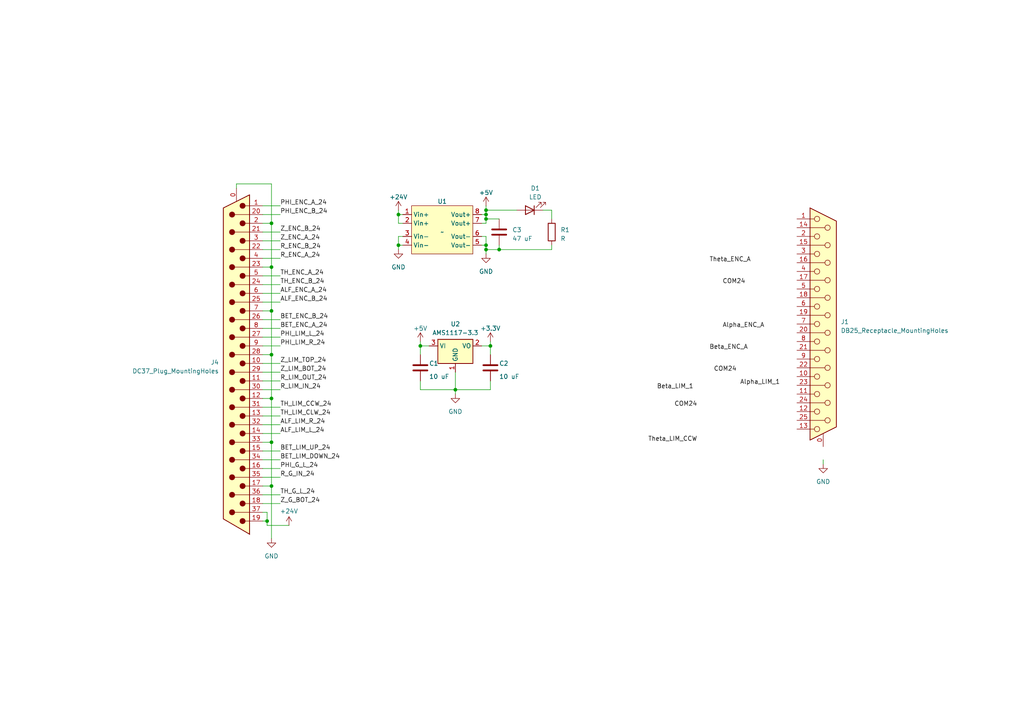
<source format=kicad_sch>
(kicad_sch (version 20230121) (generator eeschema)
  (paper "A4")
  (lib_symbols
    (symbol "Connector:DB25_Receptacle_MountingHoles" (pin_names (offset 1.016) hide)
      (property "Reference" "J" (at 0 36.83 0))
      (property "Value" "DB25_Receptacle_MountingHoles" (at 0 34.925 0))
      (symbol "DB25_Receptacle_MountingHoles_0_1"
        (circle (center -1.778 -30.48) (radius 0.762))
        (circle (center -1.778 -25.4) (radius 0.762))
        (circle (center -1.778 -20.32) (radius 0.762))
        (circle (center -1.778 -15.24) (radius 0.762))
        (circle (center -1.778 -10.16) (radius 0.762))
        (circle (center -1.778 -5.08) (radius 0.762))
        (circle (center -1.778 0) (radius 0.762))
        (circle (center -1.778 5.08) (radius 0.762))
        (circle (center -1.778 10.16) (radius 0.762))
        (circle (center -1.778 15.24) (radius 0.762))
        (circle (center -1.778 20.32) (radius 0.762))
        (circle (center -1.778 25.4) (radius 0.762))
        (circle (center -1.778 30.48) (radius 0.762))
        (polyline (pts (xy -3.81 -30.48) (xy -2.54 -30.48)))
        (polyline (pts (xy -3.81 -27.94) (xy 0.508 -27.94)))
        (polyline (pts (xy -3.81 -25.4) (xy -2.54 -25.4)))
        (polyline (pts (xy -3.81 -22.86) (xy 0.508 -22.86)))
        (polyline (pts (xy -3.81 -20.32) (xy -2.54 -20.32)))
        (polyline (pts (xy -3.81 -17.78) (xy 0.508 -17.78)))
        (polyline (pts (xy -3.81 -15.24) (xy -2.54 -15.24)))
        (polyline (pts (xy -3.81 -12.7) (xy 0.508 -12.7)))
        (polyline (pts (xy -3.81 -10.16) (xy -2.54 -10.16)))
        (polyline (pts (xy -3.81 -7.62) (xy 0.508 -7.62)))
        (polyline (pts (xy -3.81 -5.08) (xy -2.54 -5.08)))
        (polyline (pts (xy -3.81 -2.54) (xy 0.508 -2.54)))
        (polyline (pts (xy -3.81 0) (xy -2.54 0)))
        (polyline (pts (xy -3.81 2.54) (xy 0.508 2.54)))
        (polyline (pts (xy -3.81 5.08) (xy -2.54 5.08)))
        (polyline (pts (xy -3.81 7.62) (xy 0.508 7.62)))
        (polyline (pts (xy -3.81 10.16) (xy -2.54 10.16)))
        (polyline (pts (xy -3.81 12.7) (xy 0.508 12.7)))
        (polyline (pts (xy -3.81 15.24) (xy -2.54 15.24)))
        (polyline (pts (xy -3.81 17.78) (xy 0.508 17.78)))
        (polyline (pts (xy -3.81 20.32) (xy -2.54 20.32)))
        (polyline (pts (xy -3.81 22.86) (xy 0.508 22.86)))
        (polyline (pts (xy -3.81 25.4) (xy -2.54 25.4)))
        (polyline (pts (xy -3.81 27.94) (xy 0.508 27.94)))
        (polyline (pts (xy -3.81 30.48) (xy -2.54 30.48)))
        (polyline (pts (xy -3.81 33.655) (xy 3.81 29.845) (xy 3.81 -29.845) (xy -3.81 -33.655) (xy -3.81 33.655)) (stroke (width 0.254)) (fill (type background)))
        (circle (center 1.27 -27.94) (radius 0.762))
        (circle (center 1.27 -22.86) (radius 0.762))
        (circle (center 1.27 -17.78) (radius 0.762))
        (circle (center 1.27 -12.7) (radius 0.762))
        (circle (center 1.27 -7.62) (radius 0.762))
        (circle (center 1.27 -2.54) (radius 0.762))
        (circle (center 1.27 2.54) (radius 0.762))
        (circle (center 1.27 7.62) (radius 0.762))
        (circle (center 1.27 12.7) (radius 0.762))
        (circle (center 1.27 17.78) (radius 0.762))
        (circle (center 1.27 22.86) (radius 0.762))
        (circle (center 1.27 27.94) (radius 0.762))
      )
      (symbol "DB25_Receptacle_MountingHoles_1_1"
        (pin passive line (at 0 -35.56 90) (length 3.81) (name "PAD") (number "0"))
        (pin passive line (at -7.62 30.48 0) (length 3.81) (name "1") (number "1"))
        (pin passive line (at -7.62 -15.24 0) (length 3.81) (name "10") (number "10"))
        (pin passive line (at -7.62 -20.32 0) (length 3.81) (name "11") (number "11"))
        (pin passive line (at -7.62 -25.4 0) (length 3.81) (name "12") (number "12"))
        (pin passive line (at -7.62 -30.48 0) (length 3.81) (name "13") (number "13"))
        (pin passive line (at -7.62 27.94 0) (length 3.81) (name "P14") (number "14"))
        (pin passive line (at -7.62 22.86 0) (length 3.81) (name "P15") (number "15"))
        (pin passive line (at -7.62 17.78 0) (length 3.81) (name "P16") (number "16"))
        (pin passive line (at -7.62 12.7 0) (length 3.81) (name "P17") (number "17"))
        (pin passive line (at -7.62 7.62 0) (length 3.81) (name "P18") (number "18"))
        (pin passive line (at -7.62 2.54 0) (length 3.81) (name "P19") (number "19"))
        (pin passive line (at -7.62 25.4 0) (length 3.81) (name "2") (number "2"))
        (pin passive line (at -7.62 -2.54 0) (length 3.81) (name "P20") (number "20"))
        (pin passive line (at -7.62 -7.62 0) (length 3.81) (name "P21") (number "21"))
        (pin passive line (at -7.62 -12.7 0) (length 3.81) (name "P22") (number "22"))
        (pin passive line (at -7.62 -17.78 0) (length 3.81) (name "P23") (number "23"))
        (pin passive line (at -7.62 -22.86 0) (length 3.81) (name "P24") (number "24"))
        (pin passive line (at -7.62 -27.94 0) (length 3.81) (name "P25") (number "25"))
        (pin passive line (at -7.62 20.32 0) (length 3.81) (name "3") (number "3"))
        (pin passive line (at -7.62 15.24 0) (length 3.81) (name "4") (number "4"))
        (pin passive line (at -7.62 10.16 0) (length 3.81) (name "5") (number "5"))
        (pin passive line (at -7.62 5.08 0) (length 3.81) (name "6") (number "6"))
        (pin passive line (at -7.62 0 0) (length 3.81) (name "7") (number "7"))
        (pin passive line (at -7.62 -5.08 0) (length 3.81) (name "8") (number "8"))
        (pin passive line (at -7.62 -10.16 0) (length 3.81) (name "9") (number "9"))
      )
    )
    (symbol "Connector:DC37_Plug_MountingHoles" (pin_names (offset 1.016) hide)
      (property "Reference" "J" (at 0 52.705 0))
      (property "Value" "DC37_Plug_MountingHoles" (at 0 50.8 0))
      (symbol "DC37_Plug_MountingHoles_0_1"
        (circle (center -1.778 -45.72) (radius 0.762) (fill (type outline)))
        (circle (center -1.778 -40.64) (radius 0.762) (fill (type outline)))
        (circle (center -1.778 -35.56) (radius 0.762) (fill (type outline)))
        (circle (center -1.778 -30.48) (radius 0.762) (fill (type outline)))
        (circle (center -1.778 -25.4) (radius 0.762) (fill (type outline)))
        (circle (center -1.778 -20.32) (radius 0.762) (fill (type outline)))
        (circle (center -1.778 -15.24) (radius 0.762) (fill (type outline)))
        (circle (center -1.778 -10.16) (radius 0.762) (fill (type outline)))
        (circle (center -1.778 -5.08) (radius 0.762) (fill (type outline)))
        (circle (center -1.778 0) (radius 0.762) (fill (type outline)))
        (circle (center -1.778 5.08) (radius 0.762) (fill (type outline)))
        (circle (center -1.778 10.16) (radius 0.762) (fill (type outline)))
        (circle (center -1.778 15.24) (radius 0.762) (fill (type outline)))
        (circle (center -1.778 20.32) (radius 0.762) (fill (type outline)))
        (circle (center -1.778 25.4) (radius 0.762) (fill (type outline)))
        (circle (center -1.778 30.48) (radius 0.762) (fill (type outline)))
        (circle (center -1.778 35.56) (radius 0.762) (fill (type outline)))
        (circle (center -1.778 40.64) (radius 0.762) (fill (type outline)))
        (circle (center -1.778 45.72) (radius 0.762) (fill (type outline)))
        (polyline (pts (xy -3.81 -45.72) (xy -2.54 -45.72)))
        (polyline (pts (xy -3.81 -43.18) (xy 0.508 -43.18)))
        (polyline (pts (xy -3.81 -40.64) (xy -2.54 -40.64)))
        (polyline (pts (xy -3.81 -38.1) (xy 0.508 -38.1)))
        (polyline (pts (xy -3.81 -35.56) (xy -2.54 -35.56)))
        (polyline (pts (xy -3.81 -33.02) (xy 0.508 -33.02)))
        (polyline (pts (xy -3.81 -30.48) (xy -2.54 -30.48)))
        (polyline (pts (xy -3.81 -27.94) (xy 0.508 -27.94)))
        (polyline (pts (xy -3.81 -25.4) (xy -2.54 -25.4)))
        (polyline (pts (xy -3.81 -22.86) (xy 0.508 -22.86)))
        (polyline (pts (xy -3.81 -20.32) (xy -2.54 -20.32)))
        (polyline (pts (xy -3.81 -17.78) (xy 0.508 -17.78)))
        (polyline (pts (xy -3.81 -15.24) (xy -2.54 -15.24)))
        (polyline (pts (xy -3.81 -12.7) (xy 0.508 -12.7)))
        (polyline (pts (xy -3.81 -10.16) (xy -2.54 -10.16)))
        (polyline (pts (xy -3.81 -7.62) (xy 0.508 -7.62)))
        (polyline (pts (xy -3.81 -5.08) (xy -2.54 -5.08)))
        (polyline (pts (xy -3.81 -2.54) (xy 0.508 -2.54)))
        (polyline (pts (xy -3.81 0) (xy -2.54 0)))
        (polyline (pts (xy -3.81 2.54) (xy 0.508 2.54)))
        (polyline (pts (xy -3.81 5.08) (xy -2.54 5.08)))
        (polyline (pts (xy -3.81 7.62) (xy 0.508 7.62)))
        (polyline (pts (xy -3.81 10.16) (xy -2.54 10.16)))
        (polyline (pts (xy -3.81 12.7) (xy 0.508 12.7)))
        (polyline (pts (xy -3.81 15.24) (xy -2.54 15.24)))
        (polyline (pts (xy -3.81 17.78) (xy 0.508 17.78)))
        (polyline (pts (xy -3.81 20.32) (xy -2.54 20.32)))
        (polyline (pts (xy -3.81 22.86) (xy 0.508 22.86)))
        (polyline (pts (xy -3.81 25.4) (xy -2.54 25.4)))
        (polyline (pts (xy -3.81 27.94) (xy 0.508 27.94)))
        (polyline (pts (xy -3.81 30.48) (xy -2.54 30.48)))
        (polyline (pts (xy -3.81 33.02) (xy 0.508 33.02)))
        (polyline (pts (xy -3.81 35.56) (xy -2.54 35.56)))
        (polyline (pts (xy -3.81 38.1) (xy 0.508 38.1)))
        (polyline (pts (xy -3.81 40.64) (xy -2.54 40.64)))
        (polyline (pts (xy -3.81 43.18) (xy 0.508 43.18)))
        (polyline (pts (xy -3.81 45.72) (xy -2.54 45.72)))
        (polyline (pts (xy -3.81 49.53) (xy 3.81 45.085) (xy 3.81 -45.085) (xy -3.81 -48.895) (xy -3.81 49.53)) (stroke (width 0.254)) (fill (type background)))
        (circle (center 1.27 -43.18) (radius 0.762) (fill (type outline)))
        (circle (center 1.27 -38.1) (radius 0.762) (fill (type outline)))
        (circle (center 1.27 -33.02) (radius 0.762) (fill (type outline)))
        (circle (center 1.27 -27.94) (radius 0.762) (fill (type outline)))
        (circle (center 1.27 -22.86) (radius 0.762) (fill (type outline)))
        (circle (center 1.27 -17.78) (radius 0.762) (fill (type outline)))
        (circle (center 1.27 -12.7) (radius 0.762) (fill (type outline)))
        (circle (center 1.27 -7.62) (radius 0.762) (fill (type outline)))
        (circle (center 1.27 -2.54) (radius 0.762) (fill (type outline)))
        (circle (center 1.27 2.54) (radius 0.762) (fill (type outline)))
        (circle (center 1.27 7.62) (radius 0.762) (fill (type outline)))
        (circle (center 1.27 12.7) (radius 0.762) (fill (type outline)))
        (circle (center 1.27 17.78) (radius 0.762) (fill (type outline)))
        (circle (center 1.27 22.86) (radius 0.762) (fill (type outline)))
        (circle (center 1.27 27.94) (radius 0.762) (fill (type outline)))
        (circle (center 1.27 33.02) (radius 0.762) (fill (type outline)))
        (circle (center 1.27 38.1) (radius 0.762) (fill (type outline)))
        (circle (center 1.27 43.18) (radius 0.762) (fill (type outline)))
      )
      (symbol "DC37_Plug_MountingHoles_1_1"
        (pin passive line (at 0 -50.8 90) (length 3.81) (name "PAD") (number "0"))
        (pin passive line (at -7.62 -45.72 0) (length 3.81) (name "1") (number "1"))
        (pin passive line (at -7.62 0 0) (length 3.81) (name "10") (number "10"))
        (pin passive line (at -7.62 5.08 0) (length 3.81) (name "11") (number "11"))
        (pin passive line (at -7.62 10.16 0) (length 3.81) (name "12") (number "12"))
        (pin passive line (at -7.62 15.24 0) (length 3.81) (name "13") (number "13"))
        (pin passive line (at -7.62 20.32 0) (length 3.81) (name "14") (number "14"))
        (pin passive line (at -7.62 25.4 0) (length 3.81) (name "15") (number "15"))
        (pin passive line (at -7.62 30.48 0) (length 3.81) (name "16") (number "16"))
        (pin passive line (at -7.62 35.56 0) (length 3.81) (name "17") (number "17"))
        (pin passive line (at -7.62 40.64 0) (length 3.81) (name "18") (number "18"))
        (pin passive line (at -7.62 45.72 0) (length 3.81) (name "19") (number "19"))
        (pin passive line (at -7.62 -40.64 0) (length 3.81) (name "2") (number "2"))
        (pin passive line (at -7.62 -43.18 0) (length 3.81) (name "20") (number "20"))
        (pin passive line (at -7.62 -38.1 0) (length 3.81) (name "21") (number "21"))
        (pin passive line (at -7.62 -33.02 0) (length 3.81) (name "22") (number "22"))
        (pin passive line (at -7.62 -27.94 0) (length 3.81) (name "23") (number "23"))
        (pin passive line (at -7.62 -22.86 0) (length 3.81) (name "24") (number "24"))
        (pin passive line (at -7.62 -17.78 0) (length 3.81) (name "25") (number "25"))
        (pin passive line (at -7.62 -12.7 0) (length 3.81) (name "26") (number "26"))
        (pin passive line (at -7.62 -7.62 0) (length 3.81) (name "27") (number "27"))
        (pin passive line (at -7.62 -2.54 0) (length 3.81) (name "28") (number "28"))
        (pin passive line (at -7.62 2.54 0) (length 3.81) (name "29") (number "29"))
        (pin passive line (at -7.62 -35.56 0) (length 3.81) (name "3") (number "3"))
        (pin passive line (at -7.62 7.62 0) (length 3.81) (name "30") (number "30"))
        (pin passive line (at -7.62 12.7 0) (length 3.81) (name "31") (number "31"))
        (pin passive line (at -7.62 17.78 0) (length 3.81) (name "32") (number "32"))
        (pin passive line (at -7.62 22.86 0) (length 3.81) (name "33") (number "33"))
        (pin passive line (at -7.62 27.94 0) (length 3.81) (name "34") (number "34"))
        (pin passive line (at -7.62 33.02 0) (length 3.81) (name "35") (number "35"))
        (pin passive line (at -7.62 38.1 0) (length 3.81) (name "36") (number "36"))
        (pin passive line (at -7.62 43.18 0) (length 3.81) (name "37") (number "37"))
        (pin passive line (at -7.62 -30.48 0) (length 3.81) (name "4") (number "4"))
        (pin passive line (at -7.62 -25.4 0) (length 3.81) (name "5") (number "5"))
        (pin passive line (at -7.62 -20.32 0) (length 3.81) (name "6") (number "6"))
        (pin passive line (at -7.62 -15.24 0) (length 3.81) (name "7") (number "7"))
        (pin passive line (at -7.62 -10.16 0) (length 3.81) (name "8") (number "8"))
        (pin passive line (at -7.62 -5.08 0) (length 3.81) (name "9") (number "9"))
      )
    )
    (symbol "Device:C" (pin_numbers hide) (pin_names (offset 0.254))
      (property "Reference" "C" (at 0.635 2.54 0))
      (property "Value" "C" (at 0.635 -2.54 0))
      (symbol "C_0_1"
        (polyline (pts (xy -2.032 -0.762) (xy 2.032 -0.762)) (stroke (width 0.508)))
        (polyline (pts (xy -2.032 0.762) (xy 2.032 0.762)) (stroke (width 0.508)))
      )
      (symbol "C_1_1"
        (pin passive line (at 0 3.81 270) (length 2.794) (name "~") (number "1"))
        (pin passive line (at 0 -3.81 90) (length 2.794) (name "~") (number "2"))
      )
    )
    (symbol "Device:LED" (pin_numbers hide) (pin_names (offset 1.016) hide)
      (property "Reference" "D" (at 0 2.54 0))
      (property "Value" "LED" (at 0 -2.54 0))
      (symbol "LED_0_1"
        (polyline (pts (xy -1.27 -1.27) (xy -1.27 1.27)) (stroke (width 0.254)))
        (polyline (pts (xy -1.27 0) (xy 1.27 0)))
        (polyline (pts (xy 1.27 -1.27) (xy 1.27 1.27) (xy -1.27 0) (xy 1.27 -1.27)) (stroke (width 0.254)))
        (polyline (pts (xy -3.048 -0.762) (xy -4.572 -2.286) (xy -3.81 -2.286) (xy -4.572 -2.286) (xy -4.572 -1.524)))
        (polyline (pts (xy -1.778 -0.762) (xy -3.302 -2.286) (xy -2.54 -2.286) (xy -3.302 -2.286) (xy -3.302 -1.524)))
      )
      (symbol "LED_1_1"
        (pin passive line (at -3.81 0 0) (length 2.54) (name "K") (number "1"))
        (pin passive line (at 3.81 0 180) (length 2.54) (name "A") (number "2"))
      )
    )
    (symbol "Device:R" (pin_numbers hide) (pin_names (offset 0))
      (property "Reference" "R" (at 2.032 0 90))
      (property "Value" "R" (at 0 0 90))
      (symbol "R_0_1"
        (rectangle (start -1.016 -2.54) (end 1.016 2.54) (stroke (width 0.254)))
      )
      (symbol "R_1_1"
        (pin passive line (at 0 3.81 270) (length 1.27) (name "~") (number "1"))
        (pin passive line (at 0 -3.81 90) (length 1.27) (name "~") (number "2"))
      )
    )
    (symbol "Regulator_Linear:AMS1117-3.3"
      (property "Reference" "U" (at -3.81 3.175 0))
      (property "Value" "AMS1117-3.3" (at 0 3.175 0))
      (symbol "AMS1117-3.3_0_1"
        (rectangle (start -5.08 -5.08) (end 5.08 1.905) (stroke (width 0.254)) (fill (type background)))
      )
      (symbol "AMS1117-3.3_1_1"
        (pin power_in line (at 0 -7.62 90) (length 2.54) (name "GND") (number "1"))
        (pin power_out line (at 7.62 0 180) (length 2.54) (name "VO") (number "2"))
        (pin power_in line (at -7.62 0 0) (length 2.54) (name "VI") (number "3"))
      )
    )
    (symbol "power:+24V" (power) (pin_names (offset 0))
      (property "Value" "+24V" (at 0 3.556 0))
      (symbol "+24V_0_1"
        (polyline (pts (xy -0.762 1.27) (xy 0 2.54)))
        (polyline (pts (xy 0 0) (xy 0 2.54)))
        (polyline (pts (xy 0 2.54) (xy 0.762 1.27)))
      )
      (symbol "+24V_1_1"
        (pin power_in line (at 0 0 90) (length 0) hide (name "+24V") (number "1"))
      )
    )
    (symbol "power:+3.3V" (power) (pin_names (offset 0))
      (property "Value" "+3.3V" (at 0 3.556 0))
      (symbol "+3.3V_0_1"
        (polyline (pts (xy -0.762 1.27) (xy 0 2.54)))
        (polyline (pts (xy 0 0) (xy 0 2.54)))
        (polyline (pts (xy 0 2.54) (xy 0.762 1.27)))
      )
      (symbol "+3.3V_1_1"
        (pin power_in line (at 0 0 90) (length 0) hide (name "+3.3V") (number "1"))
      )
    )
    (symbol "power:+5V" (power) (pin_names (offset 0))
      (property "Value" "+5V" (at 0 3.556 0))
      (symbol "+5V_0_1"
        (polyline (pts (xy -0.762 1.27) (xy 0 2.54)))
        (polyline (pts (xy 0 0) (xy 0 2.54)))
        (polyline (pts (xy 0 2.54) (xy 0.762 1.27)))
      )
      (symbol "+5V_1_1"
        (pin power_in line (at 0 0 90) (length 0) hide (name "+5V") (number "1"))
      )
    )
    (symbol "power:GND" (power) (pin_names (offset 0))
      (property "Value" "GND" (at 0 -3.81 0))
      (symbol "GND_0_1"
        (polyline (pts (xy 0 0) (xy 0 -1.27) (xy 1.27 -1.27) (xy 0 -2.54) (xy -1.27 -1.27) (xy 0 -1.27)))
      )
      (symbol "GND_1_1"
        (pin power_in line (at 0 0 270) (length 0) hide (name "GND") (number "1"))
      )
    )
    (symbol "power_modules:DSN-1504-3A"
      (property "Reference" "U" (at 0 8.89 0))
      (symbol "DSN-1504-3A_1_1"
        (rectangle (start -8.89 7.62) (end 8.89 -6.35) (fill (type background)))
        (pin power_in line (at -11.43 5.08 0) (length 2.54) (name "Vin+") (number "1"))
        (pin power_in line (at -11.43 2.54 0) (length 2.54) (name "Vin+") (number "2"))
        (pin power_in line (at -11.43 -1.27 0) (length 2.54) (name "Vin-") (number "3"))
        (pin power_in line (at -11.43 -3.81 0) (length 2.54) (name "Vin-") (number "4"))
        (pin power_out line (at 11.43 -3.81 180) (length 2.54) (name "Vout-") (number "5"))
        (pin power_out line (at 11.43 -1.27 180) (length 2.54) (name "Vout-") (number "6"))
        (pin power_out line (at 11.43 2.54 180) (length 2.54) (name "Vout+") (number "7"))
        (pin power_out line (at 11.43 5.08 180) (length 2.54) (name "Vout+") (number "8"))
      )
    )
  )
  (junction (at 78.74 115.57))
  (junction (at 115.57 71.12))
  (junction (at 140.97 63.5))
  (junction (at 78.74 90.17))
  (junction (at 78.74 64.77))
  (junction (at 78.74 102.87))
  (junction (at 115.57 62.23))
  (junction (at 140.97 72.39))
  (junction (at 121.92 100.33))
  (junction (at 78.74 140.97))
  (junction (at 140.97 62.23))
  (junction (at 77.47 151.13))
  (junction (at 140.97 60.96))
  (junction (at 142.24 100.33))
  (junction (at 140.97 71.12))
  (junction (at 78.74 128.27))
  (junction (at 78.74 77.47))
  (junction (at 144.78 72.39))
  (junction (at 132.08 113.03))
  (wire (pts (xy 115.57 60.96) (xy 115.57 62.23)))
  (wire (pts (xy 140.97 68.58) (xy 140.97 71.12)))
  (wire (pts (xy 121.92 99.06) (xy 121.92 100.33)))
  (wire (pts (xy 142.24 102.87) (xy 142.24 100.33)))
  (wire (pts (xy 140.97 72.39) (xy 140.97 73.66)))
  (wire (pts (xy 115.57 71.12) (xy 115.57 68.58)))
  (wire (pts (xy 121.92 113.03) (xy 121.92 110.49)))
  (wire (pts (xy 160.02 71.12) (xy 160.02 72.39)))
  (wire (pts (xy 78.74 53.34) (xy 78.74 64.77)))
  (wire (pts (xy 78.74 64.77) (xy 78.74 77.47)))
  (wire (pts (xy 76.2 115.57) (xy 78.74 115.57)))
  (wire (pts (xy 140.97 63.5) (xy 140.97 64.77)))
  (wire (pts (xy 140.97 71.12) (xy 139.7 71.12)))
  (wire (pts (xy 140.97 60.96) (xy 140.97 62.23)))
  (wire (pts (xy 76.2 140.97) (xy 78.74 140.97)))
  (wire (pts (xy 140.97 59.69) (xy 140.97 60.96)))
  (wire (pts (xy 140.97 60.96) (xy 149.86 60.96)))
  (wire (pts (xy 76.2 133.35) (xy 81.28 133.35)))
  (wire (pts (xy 76.2 125.73) (xy 81.28 125.73)))
  (wire (pts (xy 142.24 99.06) (xy 142.24 100.33)))
  (wire (pts (xy 78.74 115.57) (xy 78.74 128.27)))
  (wire (pts (xy 76.2 62.23) (xy 81.28 62.23)))
  (wire (pts (xy 83.82 152.4) (xy 77.47 152.4)))
  (wire (pts (xy 76.2 120.65) (xy 81.28 120.65)))
  (wire (pts (xy 76.2 87.63) (xy 81.28 87.63)))
  (wire (pts (xy 139.7 68.58) (xy 140.97 68.58)))
  (wire (pts (xy 76.2 80.01) (xy 81.28 80.01)))
  (wire (pts (xy 115.57 62.23) (xy 115.57 64.77)))
  (wire (pts (xy 140.97 72.39) (xy 144.78 72.39)))
  (wire (pts (xy 76.2 135.89) (xy 81.28 135.89)))
  (wire (pts (xy 238.76 133.35) (xy 238.76 134.62)))
  (wire (pts (xy 76.2 74.93) (xy 81.28 74.93)))
  (wire (pts (xy 76.2 130.81) (xy 81.28 130.81)))
  (wire (pts (xy 68.58 53.34) (xy 78.74 53.34)))
  (wire (pts (xy 142.24 100.33) (xy 139.7 100.33)))
  (wire (pts (xy 76.2 59.69) (xy 81.28 59.69)))
  (wire (pts (xy 132.08 113.03) (xy 132.08 114.3)))
  (wire (pts (xy 115.57 64.77) (xy 116.84 64.77)))
  (wire (pts (xy 76.2 82.55) (xy 81.28 82.55)))
  (wire (pts (xy 142.24 113.03) (xy 132.08 113.03)))
  (wire (pts (xy 76.2 123.19) (xy 81.28 123.19)))
  (wire (pts (xy 76.2 146.05) (xy 81.28 146.05)))
  (wire (pts (xy 76.2 77.47) (xy 78.74 77.47)))
  (wire (pts (xy 76.2 92.71) (xy 81.28 92.71)))
  (wire (pts (xy 76.2 95.25) (xy 81.28 95.25)))
  (wire (pts (xy 77.47 148.59) (xy 77.47 151.13)))
  (wire (pts (xy 76.2 128.27) (xy 78.74 128.27)))
  (wire (pts (xy 144.78 71.12) (xy 144.78 72.39)))
  (wire (pts (xy 77.47 152.4) (xy 77.47 151.13)))
  (wire (pts (xy 76.2 148.59) (xy 77.47 148.59)))
  (wire (pts (xy 132.08 113.03) (xy 121.92 113.03)))
  (wire (pts (xy 76.2 85.09) (xy 81.28 85.09)))
  (wire (pts (xy 116.84 71.12) (xy 115.57 71.12)))
  (wire (pts (xy 76.2 143.51) (xy 81.28 143.51)))
  (wire (pts (xy 76.2 105.41) (xy 81.28 105.41)))
  (wire (pts (xy 140.97 62.23) (xy 140.97 63.5)))
  (wire (pts (xy 78.74 77.47) (xy 78.74 90.17)))
  (wire (pts (xy 68.58 54.61) (xy 68.58 53.34)))
  (wire (pts (xy 140.97 72.39) (xy 140.97 71.12)))
  (wire (pts (xy 76.2 72.39) (xy 81.28 72.39)))
  (wire (pts (xy 76.2 113.03) (xy 81.28 113.03)))
  (wire (pts (xy 76.2 64.77) (xy 78.74 64.77)))
  (wire (pts (xy 76.2 102.87) (xy 78.74 102.87)))
  (wire (pts (xy 132.08 107.95) (xy 132.08 113.03)))
  (wire (pts (xy 76.2 69.85) (xy 81.28 69.85)))
  (wire (pts (xy 76.2 97.79) (xy 81.28 97.79)))
  (wire (pts (xy 76.2 110.49) (xy 81.28 110.49)))
  (wire (pts (xy 160.02 60.96) (xy 157.48 60.96)))
  (wire (pts (xy 115.57 68.58) (xy 116.84 68.58)))
  (wire (pts (xy 76.2 118.11) (xy 81.28 118.11)))
  (wire (pts (xy 76.2 67.31) (xy 81.28 67.31)))
  (wire (pts (xy 76.2 90.17) (xy 78.74 90.17)))
  (wire (pts (xy 78.74 128.27) (xy 78.74 140.97)))
  (wire (pts (xy 121.92 100.33) (xy 121.92 102.87)))
  (wire (pts (xy 76.2 107.95) (xy 81.28 107.95)))
  (wire (pts (xy 78.74 102.87) (xy 78.74 115.57)))
  (wire (pts (xy 115.57 71.12) (xy 115.57 72.39)))
  (wire (pts (xy 76.2 138.43) (xy 81.28 138.43)))
  (wire (pts (xy 160.02 60.96) (xy 160.02 63.5)))
  (wire (pts (xy 76.2 151.13) (xy 77.47 151.13)))
  (wire (pts (xy 140.97 64.77) (xy 139.7 64.77)))
  (wire (pts (xy 78.74 90.17) (xy 78.74 102.87)))
  (wire (pts (xy 142.24 110.49) (xy 142.24 113.03)))
  (wire (pts (xy 78.74 140.97) (xy 78.74 156.21)))
  (wire (pts (xy 115.57 62.23) (xy 116.84 62.23)))
  (wire (pts (xy 139.7 62.23) (xy 140.97 62.23)))
  (wire (pts (xy 76.2 100.33) (xy 81.28 100.33)))
  (wire (pts (xy 144.78 72.39) (xy 160.02 72.39)))
  (wire (pts (xy 140.97 63.5) (xy 144.78 63.5)))
  (wire (pts (xy 124.46 100.33) (xy 121.92 100.33)))
  (label "TH_LIM_CLW_24" (at 81.28 120.65 0))
  (label "Beta_LIM_1" (at 190.5 113.03 0))
  (label "PHI_LIM_R_24" (at 81.28 100.33 0))
  (label "COM24" (at 209.55 82.55 0))
  (label "COM24" (at 195.58 118.11 0))
  (label "Z_ENC_A_24" (at 81.28 69.85 0))
  (label "ALF_LIM_L_24" (at 81.28 125.73 0))
  (label "TH_G_L_24" (at 81.28 143.51 0))
  (label "R_G_IN_24" (at 81.28 138.43 0))
  (label "PHI_ENC_A_24" (at 81.28 59.69 0))
  (label "R_ENC_B_24" (at 81.28 72.39 0))
  (label "BET_ENC_A_24" (at 81.28 95.25 0))
  (label "Z_LIM_BOT_24" (at 81.28 107.95 0))
  (label "PHI_LIM_L_24" (at 81.28 97.79 0))
  (label "BET_ENC_B_24" (at 81.28 92.71 0))
  (label "ALF_LIM_R_24" (at 81.28 123.19 0))
  (label "Alpha_ENC_A" (at 209.55 95.25 0))
  (label "Z_ENC_B_24" (at 81.28 67.31 0))
  (label "BET_LIM_UP_24" (at 81.28 130.81 0))
  (label "TH_ENC_B_24" (at 81.28 82.55 0))
  (label "BET_LIM_DOWN_24" (at 81.28 133.35 0))
  (label "PHI_G_L_24" (at 81.28 135.89 0))
  (label "R_LIM_IN_24" (at 81.28 113.03 0))
  (label "Alpha_LIM_1" (at 214.63 111.76 0))
  (label "ALF_ENC_A_24" (at 81.28 85.09 0))
  (label "Beta_ENC_A" (at 205.74 101.6 0))
  (label "R_ENC_A_24" (at 81.28 74.93 0))
  (label "Z_LIM_TOP_24" (at 81.28 105.41 0))
  (label "Theta_ENC_A" (at 205.74 76.2 0))
  (label "TH_LIM_CCW_24" (at 81.28 118.11 0))
  (label "TH_ENC_A_24" (at 81.28 80.01 0))
  (label "PHI_ENC_B_24" (at 81.28 62.23 0))
  (label "COM24" (at 207.01 107.95 0))
  (label "R_LIM_OUT_24" (at 81.28 110.49 0))
  (label "Z_G_BOT_24" (at 81.28 146.05 0))
  (label "ALF_ENC_B_24" (at 81.28 87.63 0))
  (label "Theta_LIM_CCW" (at 187.96 128.27 0))
  (symbol (lib_id "power:GND") (at 115.57 72.39 0) (unit 1)
    (property "Reference" "#PWR05" (effects hide))
    (property "Value" "GND" (at 115.57 77.47 0))
  )
  (symbol (lib_id "power:+5V") (at 140.97 59.69 0) (unit 1)
    (property "Reference" "#PWR08" (effects hide))
    (property "Value" "+5V" (at 140.97 55.88 0))
  )
  (symbol (lib_id "Device:C") (at 121.92 106.68 0) (unit 1)
    (property "Reference" "C1" (at 124.46 105.41 0) (effects (justify left)))
    (property "Value" "10 uF" (at 124.46 109.22 0) (effects (justify left)))
  )
  (symbol (lib_id "power:GND") (at 238.76 134.62 0) (unit 1)
    (property "Reference" "#PWR01" (effects hide))
    (property "Value" "GND" (at 238.76 139.7 0))
  )
  (symbol (lib_id "Device:C") (at 142.24 106.68 0) (unit 1)
    (property "Reference" "C2" (at 144.78 105.41 0) (effects (justify left)))
    (property "Value" "10 uF" (at 144.78 109.22 0) (effects (justify left)))
  )
  (symbol (lib_id "Connector:DC37_Plug_MountingHoles") (at 68.58 105.41 180) (unit 1)
    (property "Reference" "J4" (at 63.5 105.0925 0) (effects (justify left)))
    (property "Value" "DC37_Plug_MountingHoles" (at 63.5 107.6325 0) (effects (justify left)))
    (property "Datasheet" " ~" (effects hide))
  )
  (symbol (lib_id "Device:R") (at 160.02 67.31 0) (unit 1)
    (property "Reference" "R1" (at 162.56 66.675 0) (effects (justify left)))
    (property "Value" "R" (at 162.56 69.215 0) (effects (justify left)))
  )
  (symbol (lib_id "Connector:DB25_Receptacle_MountingHoles") (at 238.76 93.98 0) (unit 1)
    (property "Reference" "J1" (at 243.84 93.345 0) (effects (justify left)))
    (property "Value" "DB25_Receptacle_MountingHoles" (at 243.84 95.885 0) (effects (justify left)))
    (property "Datasheet" " ~" (effects hide))
  )
  (symbol (lib_id "Regulator_Linear:AMS1117-3.3") (at 132.08 100.33 0) (unit 1)
    (property "Reference" "U2" (at 132.08 93.98 0))
    (property "Value" "AMS1117-3.3" (at 132.08 96.52 0))
    (property "Footprint" "Package_TO_SOT_SMD:SOT-223-3_TabPin2" (effects hide))
    (property "Datasheet" "http://www.advanced-monolithic.com/pdf/ds1117.pdf" (effects hide))
  )
  (symbol (lib_id "power:GND") (at 132.08 114.3 0) (unit 1)
    (property "Reference" "#PWR02" (effects hide))
    (property "Value" "GND" (at 132.08 119.38 0))
  )
  (symbol (lib_id "power:GND") (at 78.74 156.21 0) (unit 1)
    (property "Reference" "#PWR04" (effects hide))
    (property "Value" "GND" (at 78.74 161.29 0))
  )
  (symbol (lib_id "power:+24V") (at 83.82 152.4 0) (unit 1)
    (property "Reference" "#PWR019" (effects hide))
    (property "Value" "+24V" (at 83.82 148.2669 0))
    (instances (project "INDACT_baseboard" (path "" (reference "#PWR019") (unit 1))) (project "Aux_boards" (path "" (reference "#PWR03") (unit 1))))
  )
  (symbol (lib_id "power:+3.3V") (at 142.24 99.06 0) (unit 1)
    (property "Reference" "#PWR010" (effects hide))
    (property "Value" "+3.3V" (at 142.24 95.25 0))
  )
  (symbol (lib_id "Device:LED") (at 153.67 60.96 180) (unit 1)
    (property "Reference" "D1" (at 155.2575 54.61 0))
    (property "Value" "LED" (at 155.2575 57.15 0))
  )
  (symbol (lib_id "Device:C") (at 144.78 67.31 0) (unit 1)
    (property "Reference" "C3" (at 148.59 66.675 0) (effects (justify left)))
    (property "Value" "47 uF" (at 148.59 69.215 0) (effects (justify left)))
  )
  (symbol (lib_id "power:GND") (at 140.97 73.66 0) (unit 1)
    (property "Reference" "#PWR07" (effects hide))
    (property "Value" "GND" (at 140.97 78.74 0))
  )
  (symbol (lib_id "power:+24V") (at 115.57 60.96 0) (unit 1)
    (property "Reference" "#PWR06" (effects hide))
    (property "Value" "+24V" (at 115.57 57.15 0))
  )
  (symbol (lib_id "power:+5V") (at 121.92 99.06 0) (unit 1)
    (property "Reference" "#PWR09" (effects hide))
    (property "Value" "+5V" (at 121.92 95.25 0))
  )
  (symbol (lib_id "power_modules:DSN-1504-3A") (at 128.27 67.31 0) (unit 1)
    (property "Reference" "U1" (at 128.27 58.42 0))
    (property "Value" "~" (at 128.27 67.31 0))
    (property "Footprint" "power_modules:DSN-1504-3A" (effects hide))
  )
)
</source>
